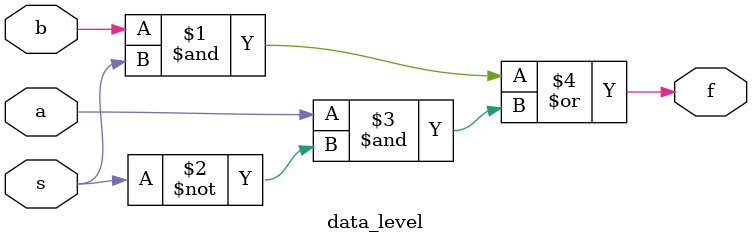
<source format=v>
`timescale 1ns / 1ps


module data_level(
    input a,
    input b,
    input s,
    output f
    );
    assign f = (b & s) | (a & ~s);
     
endmodule

</source>
